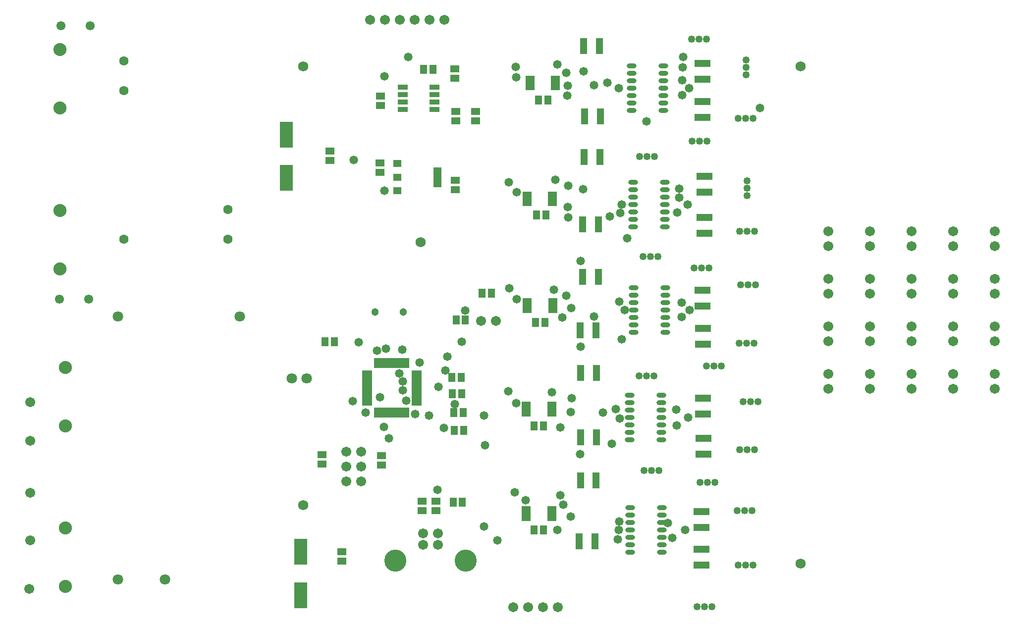
<source format=gts>
G04*
G04 #@! TF.GenerationSoftware,Altium Limited,Altium Designer,20.0.10 (225)*
G04*
G04 Layer_Color=8388736*
%FSLAX24Y24*%
%MOIN*%
G70*
G01*
G75*
%ADD29R,0.1104X0.0513*%
%ADD30R,0.0513X0.1104*%
%ADD31R,0.0592X0.0474*%
%ADD32R,0.0680X0.0336*%
%ADD33R,0.0474X0.0592*%
%ADD34R,0.0198X0.0661*%
%ADD35R,0.0661X0.0198*%
%ADD36O,0.0651X0.0316*%
%ADD37R,0.0907X0.1734*%
%ADD38R,0.0552X0.0474*%
%ADD39R,0.0552X0.1379*%
%ADD40R,0.0631X0.0198*%
%ADD41C,0.0671*%
%ADD42C,0.0680*%
%ADD43C,0.0611*%
%ADD44C,0.0493*%
%ADD45C,0.0880*%
%ADD46C,0.0631*%
%ADD47C,0.0710*%
%ADD48C,0.0513*%
%ADD49C,0.1486*%
%ADD50C,0.0580*%
G54D29*
X46470Y6387D02*
D03*
Y7450D02*
D03*
Y4923D02*
D03*
Y3860D02*
D03*
X46580Y18727D02*
D03*
Y19790D02*
D03*
X46540Y22333D02*
D03*
Y21270D02*
D03*
X46542Y35045D02*
D03*
Y33982D02*
D03*
X46532Y36535D02*
D03*
Y37598D02*
D03*
X46570Y15081D02*
D03*
Y14018D02*
D03*
X46620Y11317D02*
D03*
Y12380D02*
D03*
X46670Y30011D02*
D03*
Y28949D02*
D03*
X46680Y26187D02*
D03*
Y27250D02*
D03*
G54D30*
X38468Y23260D02*
D03*
X39532D02*
D03*
X38298Y19660D02*
D03*
X39362D02*
D03*
X38327Y9560D02*
D03*
X39390D02*
D03*
X39671Y34040D02*
D03*
X38609D02*
D03*
X39620Y38790D02*
D03*
X38557D02*
D03*
X39410Y12460D02*
D03*
X38347D02*
D03*
X39410Y16776D02*
D03*
X38347D02*
D03*
X39553Y26780D02*
D03*
X38490D02*
D03*
X39652Y31310D02*
D03*
X38589D02*
D03*
X39320Y5460D02*
D03*
X38257D02*
D03*
G54D31*
X29900Y29750D02*
D03*
Y29120D02*
D03*
X24882Y34780D02*
D03*
Y35410D02*
D03*
X29944Y33760D02*
D03*
Y34390D02*
D03*
X24940Y10590D02*
D03*
Y11220D02*
D03*
X28620Y8135D02*
D03*
Y7505D02*
D03*
X20940Y11280D02*
D03*
Y10650D02*
D03*
X27670Y8150D02*
D03*
Y7520D02*
D03*
X21470Y31700D02*
D03*
Y31070D02*
D03*
X22290Y4740D02*
D03*
Y4110D02*
D03*
X24842Y30905D02*
D03*
Y30275D02*
D03*
X31260Y34380D02*
D03*
Y33750D02*
D03*
X29884Y37245D02*
D03*
Y36615D02*
D03*
G54D32*
X26362Y36025D02*
D03*
Y35525D02*
D03*
Y35025D02*
D03*
Y34525D02*
D03*
X28497D02*
D03*
Y35025D02*
D03*
Y35525D02*
D03*
Y36025D02*
D03*
G54D33*
X27772Y37205D02*
D03*
X28402D02*
D03*
X36135Y35160D02*
D03*
X35505D02*
D03*
X36005Y27400D02*
D03*
X35375D02*
D03*
X35945Y20180D02*
D03*
X35315D02*
D03*
X29690Y16490D02*
D03*
X30320D02*
D03*
X29720Y15370D02*
D03*
X30350D02*
D03*
X29820Y14100D02*
D03*
X30450D02*
D03*
X29840Y12910D02*
D03*
X30470D02*
D03*
X35840Y13210D02*
D03*
X35210D02*
D03*
X35830Y6220D02*
D03*
X35200D02*
D03*
X29760Y8090D02*
D03*
X30390D02*
D03*
X30590Y20350D02*
D03*
X29960D02*
D03*
X31700Y22160D02*
D03*
X32330D02*
D03*
X21140Y18890D02*
D03*
X21770D02*
D03*
G54D34*
X26718Y17443D02*
D03*
X26521D02*
D03*
X26324D02*
D03*
X26127D02*
D03*
X25931D02*
D03*
X25734D02*
D03*
X25537D02*
D03*
X25340D02*
D03*
X25143D02*
D03*
X24946D02*
D03*
X24750D02*
D03*
X24553D02*
D03*
Y14106D02*
D03*
X24750D02*
D03*
X24946D02*
D03*
X25143D02*
D03*
X25340D02*
D03*
X25537D02*
D03*
X25734D02*
D03*
X25931D02*
D03*
X26127D02*
D03*
X26324D02*
D03*
X26521D02*
D03*
X26718D02*
D03*
G54D35*
X23967Y16858D02*
D03*
Y16661D02*
D03*
Y16464D02*
D03*
Y16267D02*
D03*
Y16070D02*
D03*
Y15873D02*
D03*
Y15677D02*
D03*
Y15480D02*
D03*
Y15283D02*
D03*
Y15086D02*
D03*
Y14889D02*
D03*
Y14692D02*
D03*
X27304D02*
D03*
Y14889D02*
D03*
Y15086D02*
D03*
Y15283D02*
D03*
Y15480D02*
D03*
Y15677D02*
D03*
Y15873D02*
D03*
Y16070D02*
D03*
Y16267D02*
D03*
Y16464D02*
D03*
Y16661D02*
D03*
Y16858D02*
D03*
G54D36*
X41899Y22525D02*
D03*
Y22025D02*
D03*
Y21525D02*
D03*
Y21025D02*
D03*
Y20525D02*
D03*
Y20025D02*
D03*
Y19525D02*
D03*
X44045Y22525D02*
D03*
Y22025D02*
D03*
Y21525D02*
D03*
Y21025D02*
D03*
Y20525D02*
D03*
Y20025D02*
D03*
Y19525D02*
D03*
X41869Y29605D02*
D03*
Y29105D02*
D03*
Y28605D02*
D03*
Y28105D02*
D03*
Y27605D02*
D03*
Y27105D02*
D03*
Y26605D02*
D03*
X44015Y29605D02*
D03*
Y29105D02*
D03*
Y28605D02*
D03*
Y28105D02*
D03*
Y27605D02*
D03*
Y27105D02*
D03*
Y26605D02*
D03*
X41632Y15285D02*
D03*
Y14785D02*
D03*
Y14285D02*
D03*
Y13785D02*
D03*
Y13285D02*
D03*
Y12785D02*
D03*
Y12285D02*
D03*
X43778Y15285D02*
D03*
Y14785D02*
D03*
Y14285D02*
D03*
Y13785D02*
D03*
Y13285D02*
D03*
Y12785D02*
D03*
Y12285D02*
D03*
X43912Y34445D02*
D03*
Y34945D02*
D03*
Y35445D02*
D03*
Y35945D02*
D03*
Y36445D02*
D03*
Y36945D02*
D03*
Y37445D02*
D03*
X41766Y34445D02*
D03*
Y34945D02*
D03*
Y35445D02*
D03*
Y35945D02*
D03*
Y36445D02*
D03*
Y36945D02*
D03*
Y37445D02*
D03*
X43805Y4715D02*
D03*
Y5215D02*
D03*
Y5715D02*
D03*
Y6215D02*
D03*
Y6715D02*
D03*
Y7215D02*
D03*
Y7715D02*
D03*
X41659Y4715D02*
D03*
Y5215D02*
D03*
Y5715D02*
D03*
Y6215D02*
D03*
Y6715D02*
D03*
Y7215D02*
D03*
Y7715D02*
D03*
G54D37*
X19510Y4733D02*
D03*
Y1820D02*
D03*
X18530Y32820D02*
D03*
Y29907D02*
D03*
G54D38*
X26016Y30866D02*
D03*
Y29960D02*
D03*
Y29054D02*
D03*
G54D39*
X28693Y29960D02*
D03*
G54D40*
X36656Y35906D02*
D03*
Y36103D02*
D03*
Y36300D02*
D03*
Y36497D02*
D03*
Y36694D02*
D03*
X34924D02*
D03*
Y36497D02*
D03*
Y36300D02*
D03*
Y36103D02*
D03*
Y35906D02*
D03*
X36398Y13951D02*
D03*
Y14148D02*
D03*
Y14345D02*
D03*
Y14542D02*
D03*
Y14739D02*
D03*
X34666D02*
D03*
Y14542D02*
D03*
Y14345D02*
D03*
Y14148D02*
D03*
Y13951D02*
D03*
X36456Y28106D02*
D03*
Y28303D02*
D03*
Y28500D02*
D03*
Y28697D02*
D03*
Y28894D02*
D03*
X34724D02*
D03*
Y28697D02*
D03*
Y28500D02*
D03*
Y28303D02*
D03*
Y28106D02*
D03*
X36398Y6911D02*
D03*
Y7108D02*
D03*
Y7305D02*
D03*
Y7502D02*
D03*
Y7699D02*
D03*
X34666D02*
D03*
Y7502D02*
D03*
Y7305D02*
D03*
Y7108D02*
D03*
Y6911D02*
D03*
X36488Y20911D02*
D03*
Y21108D02*
D03*
Y21305D02*
D03*
Y21502D02*
D03*
Y21699D02*
D03*
X34756D02*
D03*
Y21502D02*
D03*
Y21305D02*
D03*
Y21108D02*
D03*
Y20911D02*
D03*
G54D41*
X36820Y1020D02*
D03*
X35820D02*
D03*
X34820D02*
D03*
X33820D02*
D03*
X29165Y40551D02*
D03*
X28165D02*
D03*
X27165D02*
D03*
X26165D02*
D03*
X25165D02*
D03*
X24165D02*
D03*
X1300Y8700D02*
D03*
X22570Y11490D02*
D03*
X23570D02*
D03*
X22570Y10490D02*
D03*
X23570D02*
D03*
X22570Y9490D02*
D03*
X23570D02*
D03*
X55000Y15700D02*
D03*
Y16700D02*
D03*
X57800Y15700D02*
D03*
Y16700D02*
D03*
X60600Y15700D02*
D03*
Y16700D02*
D03*
X63400Y15700D02*
D03*
Y16700D02*
D03*
X66200Y15700D02*
D03*
Y16700D02*
D03*
Y18900D02*
D03*
Y19900D02*
D03*
X63400Y18900D02*
D03*
Y19900D02*
D03*
X60600Y18900D02*
D03*
Y19900D02*
D03*
X57800Y18900D02*
D03*
Y19900D02*
D03*
X55000Y18900D02*
D03*
Y19900D02*
D03*
Y22100D02*
D03*
Y23100D02*
D03*
X57800Y22100D02*
D03*
Y23100D02*
D03*
X60600Y22100D02*
D03*
Y23100D02*
D03*
X63400Y22100D02*
D03*
Y23100D02*
D03*
X66200Y25300D02*
D03*
Y26300D02*
D03*
X63400Y25300D02*
D03*
Y26300D02*
D03*
X60600Y25300D02*
D03*
Y26300D02*
D03*
X57800Y25300D02*
D03*
Y26300D02*
D03*
X55000Y25300D02*
D03*
Y26300D02*
D03*
X1300Y14800D02*
D03*
Y12200D02*
D03*
Y5500D02*
D03*
X1250Y2250D02*
D03*
X66200Y23100D02*
D03*
Y22100D02*
D03*
X31630Y20290D02*
D03*
X32630D02*
D03*
X28732Y5207D02*
D03*
X27748D02*
D03*
Y5994D02*
D03*
X28732D02*
D03*
G54D42*
X27559Y25591D02*
D03*
X19685Y37402D02*
D03*
Y7874D02*
D03*
X53150Y3937D02*
D03*
Y37402D02*
D03*
G54D43*
X3260Y21740D02*
D03*
X5228Y21740D02*
D03*
X3366Y40150D02*
D03*
X5334Y40150D02*
D03*
G54D44*
X47390Y9410D02*
D03*
X46890D02*
D03*
X46390D02*
D03*
X46832Y32395D02*
D03*
X46332D02*
D03*
X45832D02*
D03*
X50270Y14860D02*
D03*
X49770D02*
D03*
X49270D02*
D03*
X50010Y18770D02*
D03*
X49510D02*
D03*
X49010D02*
D03*
X47820Y17250D02*
D03*
X47320D02*
D03*
X46820D02*
D03*
X50050Y26310D02*
D03*
X49550D02*
D03*
X49050D02*
D03*
X43542Y24625D02*
D03*
X43042D02*
D03*
X42542D02*
D03*
X43602Y10215D02*
D03*
X43102D02*
D03*
X42602D02*
D03*
X50110Y22700D02*
D03*
X49610D02*
D03*
X49110D02*
D03*
X45802Y39255D02*
D03*
X46302D02*
D03*
X46802D02*
D03*
X49472Y37832D02*
D03*
Y37332D02*
D03*
Y36832D02*
D03*
X48950Y33910D02*
D03*
X49450D02*
D03*
X49950D02*
D03*
X42290Y16590D02*
D03*
X42790D02*
D03*
X43290D02*
D03*
X49040Y11620D02*
D03*
X49540D02*
D03*
X50040D02*
D03*
X42300Y31330D02*
D03*
X42800D02*
D03*
X43300D02*
D03*
X49552Y29705D02*
D03*
Y29205D02*
D03*
Y28705D02*
D03*
X46190Y1060D02*
D03*
X46690D02*
D03*
X47190D02*
D03*
X48880Y7510D02*
D03*
X49380D02*
D03*
X49880D02*
D03*
X48930Y3860D02*
D03*
X49430D02*
D03*
X49930D02*
D03*
X45972Y23845D02*
D03*
X46472D02*
D03*
X46972D02*
D03*
G54D45*
X3686Y2396D02*
D03*
Y6333D02*
D03*
Y13223D02*
D03*
Y17160D02*
D03*
X3300Y38547D02*
D03*
Y34610D02*
D03*
Y27720D02*
D03*
Y23783D02*
D03*
G54D46*
X7620Y37790D02*
D03*
Y35790D02*
D03*
Y25790D02*
D03*
X14620D02*
D03*
Y27790D02*
D03*
G54D47*
X15410Y20590D02*
D03*
X7221D02*
D03*
Y2873D02*
D03*
X10371D02*
D03*
X18909Y16403D02*
D03*
X19909D02*
D03*
G54D48*
X26423Y20893D02*
D03*
X24501D02*
D03*
G54D49*
X25870Y4140D02*
D03*
X30610D02*
D03*
G54D50*
X39240Y20580D02*
D03*
X38350Y18550D02*
D03*
X38320Y11300D02*
D03*
X41460Y25830D02*
D03*
X40430Y12000D02*
D03*
X41120Y19040D02*
D03*
X31900Y11910D02*
D03*
X31850Y13910D02*
D03*
X26750Y38050D02*
D03*
X25140Y36750D02*
D03*
X25100Y13150D02*
D03*
X23420Y18831D02*
D03*
X25140Y29030D02*
D03*
X23869Y14109D02*
D03*
X24850Y15150D02*
D03*
X50421Y34618D02*
D03*
X25430Y12380D02*
D03*
X25240Y18400D02*
D03*
X24650Y18290D02*
D03*
X45370Y6215D02*
D03*
X44500Y5690D02*
D03*
X44211Y6695D02*
D03*
X32730Y5500D02*
D03*
X36780Y6220D02*
D03*
X29870Y14690D02*
D03*
X44790Y14310D02*
D03*
X45570Y13785D02*
D03*
X38550Y37070D02*
D03*
X45647Y35945D02*
D03*
X40140Y36310D02*
D03*
X45180Y35465D02*
D03*
Y36490D02*
D03*
X45200Y37340D02*
D03*
X38500Y29160D02*
D03*
X44830Y27580D02*
D03*
X45531Y28105D02*
D03*
X41123Y28110D02*
D03*
X41013Y27540D02*
D03*
X44990Y29165D02*
D03*
X44980Y28585D02*
D03*
X38350Y24300D02*
D03*
X45150Y21500D02*
D03*
X45662Y21000D02*
D03*
X30350Y18880D02*
D03*
X29360Y17890D02*
D03*
X28765Y15845D02*
D03*
X26380Y16210D02*
D03*
X26137Y16737D02*
D03*
X23060Y31120D02*
D03*
X26600Y14920D02*
D03*
X26370Y15620D02*
D03*
X27520Y17490D02*
D03*
X31850Y6450D02*
D03*
X28140Y13920D02*
D03*
X29142Y13082D02*
D03*
X34640Y8200D02*
D03*
X33920Y8760D02*
D03*
X28695Y8910D02*
D03*
X27210Y14010D02*
D03*
X30590Y20970D02*
D03*
X26350Y18330D02*
D03*
X23010Y14880D02*
D03*
X37700Y21150D02*
D03*
X34040Y28930D02*
D03*
X33510Y29620D02*
D03*
X34040Y21750D02*
D03*
X33530Y22480D02*
D03*
X33490Y15540D02*
D03*
X33990Y37370D02*
D03*
X34020Y36680D02*
D03*
X29250Y16930D02*
D03*
X34020Y14760D02*
D03*
X42790Y33700D02*
D03*
X40895Y35945D02*
D03*
X41315Y21025D02*
D03*
X40930Y21590D02*
D03*
X45130Y20540D02*
D03*
X44820Y13240D02*
D03*
X40963Y13717D02*
D03*
X40846Y5595D02*
D03*
X40905Y6215D02*
D03*
X40942Y6794D02*
D03*
X37672Y7108D02*
D03*
X37160Y7920D02*
D03*
X36980Y8530D02*
D03*
X39830Y14110D02*
D03*
X37662Y14148D02*
D03*
X40710Y14330D02*
D03*
X36970Y13110D02*
D03*
X37730Y15080D02*
D03*
X36398Y15478D02*
D03*
X37106Y20510D02*
D03*
X37390Y21970D02*
D03*
X36550Y22380D02*
D03*
X40310Y27320D02*
D03*
X37520Y27250D02*
D03*
X37480Y27940D02*
D03*
X37520Y29370D02*
D03*
X36640Y29780D02*
D03*
X39247Y36147D02*
D03*
X37430Y35460D02*
D03*
X37463Y36103D02*
D03*
X37380Y36970D02*
D03*
X36760Y37540D02*
D03*
X45240Y38060D02*
D03*
M02*

</source>
